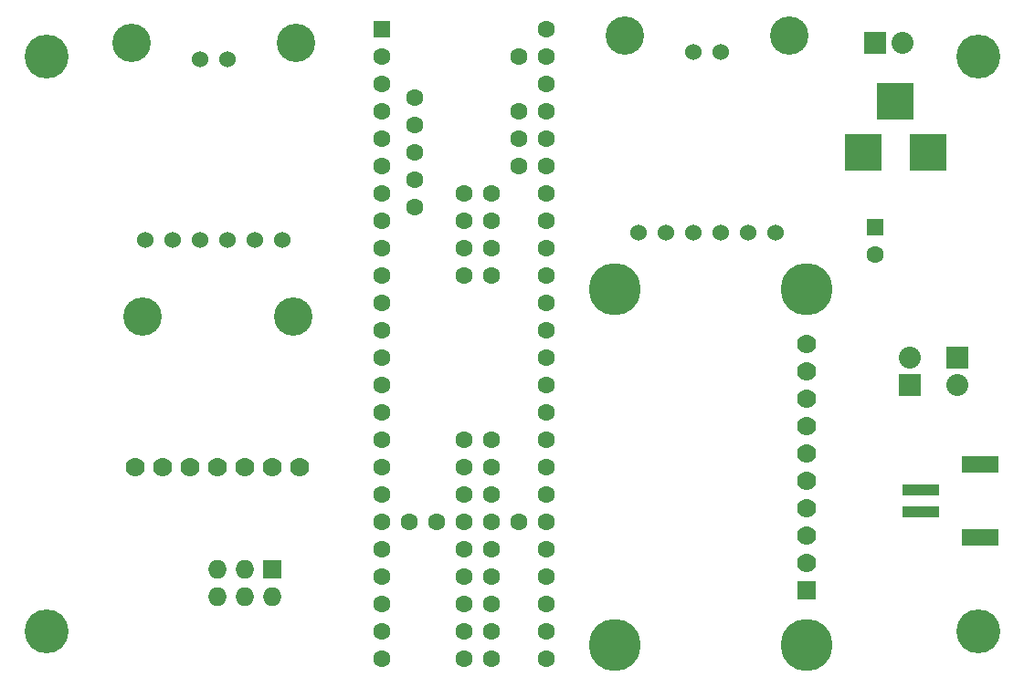
<source format=gbr>
G04 #@! TF.FileFunction,Soldermask,Top*
%FSLAX46Y46*%
G04 Gerber Fmt 4.6, Leading zero omitted, Abs format (unit mm)*
G04 Created by KiCad (PCBNEW 4.0.6) date Wednesday, July 12, 2017 'AMt' 08:43:24 AM*
%MOMM*%
%LPD*%
G01*
G04 APERTURE LIST*
%ADD10C,0.100000*%
%ADD11C,4.826000*%
%ADD12C,1.778000*%
%ADD13R,1.778000X1.778000*%
%ADD14R,1.600000X1.600000*%
%ADD15C,1.600000*%
%ADD16R,1.727200X1.727200*%
%ADD17O,1.727200X1.727200*%
%ADD18R,2.032000X2.032000*%
%ADD19O,2.032000X2.032000*%
%ADD20R,3.500120X3.500120*%
%ADD21C,1.524000*%
%ADD22C,3.556000*%
%ADD23C,4.064000*%
%ADD24R,3.500000X1.000000*%
%ADD25R,3.400000X1.600000*%
G04 APERTURE END LIST*
D10*
D11*
X168275000Y-103505000D03*
X168275000Y-136525000D03*
X186055000Y-136525000D03*
D12*
X186055000Y-121285000D03*
X186055000Y-123825000D03*
X186055000Y-126365000D03*
X186055000Y-128905000D03*
D13*
X186055000Y-131445000D03*
D12*
X186055000Y-118745000D03*
X186055000Y-116205000D03*
X186055000Y-113665000D03*
X186055000Y-111125000D03*
X186055000Y-108585000D03*
D11*
X186055000Y-103505000D03*
D14*
X192405000Y-97790000D03*
D15*
X192405000Y-100290000D03*
D16*
X136525000Y-129540000D03*
D17*
X136525000Y-132080000D03*
X133985000Y-129540000D03*
X133985000Y-132080000D03*
X131445000Y-129540000D03*
X131445000Y-132080000D03*
D18*
X192405000Y-80645000D03*
D19*
X194945000Y-80645000D03*
D20*
X191284860Y-90805000D03*
X197284340Y-90805000D03*
X194284600Y-86106000D03*
D18*
X200025000Y-109855000D03*
D19*
X200025000Y-112395000D03*
D18*
X195580000Y-112395000D03*
D19*
X195580000Y-109855000D03*
D21*
X178054000Y-81534000D03*
X175514000Y-81534000D03*
X170434000Y-98298000D03*
X172974000Y-98298000D03*
X175514000Y-98298000D03*
X178054000Y-98298000D03*
X180594000Y-98298000D03*
X183134000Y-98298000D03*
D22*
X169164000Y-80010000D03*
X184404000Y-80010000D03*
D21*
X132334000Y-82169000D03*
X129794000Y-82169000D03*
X124714000Y-98933000D03*
X127254000Y-98933000D03*
X129794000Y-98933000D03*
X132334000Y-98933000D03*
X134874000Y-98933000D03*
X137414000Y-98933000D03*
D22*
X123444000Y-80645000D03*
X138684000Y-80645000D03*
D15*
X146685000Y-120015000D03*
X146685000Y-122555000D03*
X146685000Y-125095000D03*
X146685000Y-127635000D03*
X146685000Y-117475000D03*
X146685000Y-114935000D03*
X146685000Y-112395000D03*
X146685000Y-130175000D03*
X146685000Y-132715000D03*
X146685000Y-135255000D03*
X146685000Y-137795000D03*
X149225000Y-125095000D03*
X151765000Y-125095000D03*
X154305000Y-125095000D03*
X156845000Y-125095000D03*
X159385000Y-125095000D03*
X161925000Y-137795000D03*
X161925000Y-135255000D03*
X161925000Y-132715000D03*
X161925000Y-130175000D03*
X161925000Y-127635000D03*
X161925000Y-125095000D03*
X161925000Y-122555000D03*
X161925000Y-120015000D03*
X146685000Y-109855000D03*
X146685000Y-107315000D03*
X146685000Y-104775000D03*
X146685000Y-102235000D03*
X146685000Y-99695000D03*
X146685000Y-97155000D03*
X146685000Y-94615000D03*
X146685000Y-92075000D03*
X146685000Y-89535000D03*
X146685000Y-86995000D03*
X146685000Y-84455000D03*
X146685000Y-81915000D03*
D14*
X146685000Y-79375000D03*
D15*
X161925000Y-117475000D03*
X161925000Y-114935000D03*
X161925000Y-112395000D03*
X161925000Y-109855000D03*
X161925000Y-107315000D03*
X161925000Y-104775000D03*
X161925000Y-102235000D03*
X161925000Y-99695000D03*
X161925000Y-97155000D03*
X161925000Y-94615000D03*
X161925000Y-92075000D03*
X161925000Y-89535000D03*
X161925000Y-86995000D03*
X161925000Y-84455000D03*
X161925000Y-81915000D03*
X161925000Y-79375000D03*
X159385000Y-81915000D03*
X159385000Y-86995000D03*
X159385000Y-89535000D03*
X159385000Y-92075000D03*
X154305000Y-94615000D03*
X154305000Y-97155000D03*
X154305000Y-99695000D03*
X154305000Y-102235000D03*
X154305000Y-117475000D03*
X154305000Y-120015000D03*
X154305000Y-122555000D03*
X154305000Y-127635000D03*
X154305000Y-130175000D03*
X154305000Y-132715000D03*
X154305000Y-135255000D03*
X154305000Y-137795000D03*
X156845000Y-137795000D03*
X156845000Y-135255000D03*
X156845000Y-132715000D03*
X156845000Y-130175000D03*
X156845000Y-127635000D03*
X156845000Y-122555000D03*
X156845000Y-120015000D03*
X156845000Y-117475000D03*
X156845000Y-102235000D03*
X156845000Y-99695000D03*
X156845000Y-97155000D03*
X156845000Y-94615000D03*
X149685000Y-85725000D03*
X149685000Y-88265000D03*
X149685000Y-90805000D03*
X149685000Y-93345000D03*
X149685000Y-95885000D03*
D22*
X138430000Y-106045000D03*
X124460000Y-106045000D03*
D12*
X131445000Y-120015000D03*
X133985000Y-120015000D03*
X136525000Y-120015000D03*
X139065000Y-120015000D03*
X128905000Y-120015000D03*
X126365000Y-120015000D03*
X123825000Y-120015000D03*
D23*
X115570000Y-81915000D03*
X115570000Y-135255000D03*
X201930000Y-135255000D03*
X201930000Y-81915000D03*
D24*
X196615000Y-124190000D03*
X196615000Y-122190000D03*
D25*
X202165000Y-126590000D03*
X202165000Y-119790000D03*
M02*

</source>
